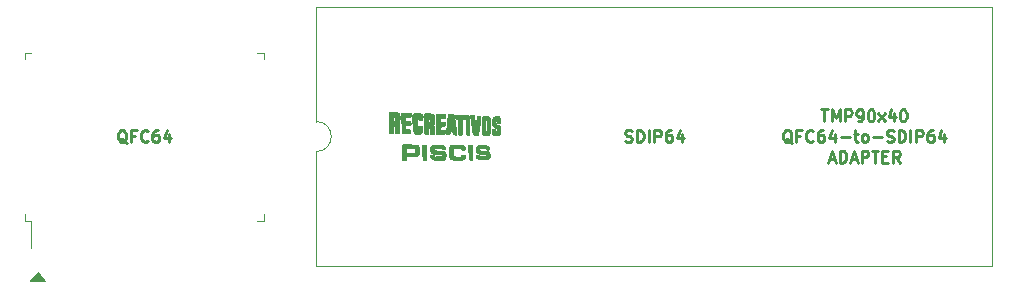
<source format=gbr>
%TF.GenerationSoftware,KiCad,Pcbnew,(5.1.10)-1*%
%TF.CreationDate,2023-11-11T20:16:55+01:00*%
%TF.ProjectId,tmp90x40-qfc2sdip,746d7039-3078-4343-902d-716663327364,rev?*%
%TF.SameCoordinates,Original*%
%TF.FileFunction,Legend,Top*%
%TF.FilePolarity,Positive*%
%FSLAX46Y46*%
G04 Gerber Fmt 4.6, Leading zero omitted, Abs format (unit mm)*
G04 Created by KiCad (PCBNEW (5.1.10)-1) date 2023-11-11 20:16:55*
%MOMM*%
%LPD*%
G01*
G04 APERTURE LIST*
%ADD10C,0.100000*%
%ADD11C,0.250000*%
%ADD12C,0.050000*%
%ADD13C,0.120000*%
%ADD14C,0.010000*%
G04 APERTURE END LIST*
D10*
G36*
X100838000Y-113792000D02*
G01*
X99568000Y-113792000D01*
X100220780Y-113030000D01*
X100838000Y-113792000D01*
G37*
X100838000Y-113792000D02*
X99568000Y-113792000D01*
X100220780Y-113030000D01*
X100838000Y-113792000D01*
D11*
X107720000Y-102147619D02*
X107624761Y-102100000D01*
X107529523Y-102004761D01*
X107386666Y-101861904D01*
X107291428Y-101814285D01*
X107196190Y-101814285D01*
X107243809Y-102052380D02*
X107148571Y-102004761D01*
X107053333Y-101909523D01*
X107005714Y-101719047D01*
X107005714Y-101385714D01*
X107053333Y-101195238D01*
X107148571Y-101100000D01*
X107243809Y-101052380D01*
X107434285Y-101052380D01*
X107529523Y-101100000D01*
X107624761Y-101195238D01*
X107672380Y-101385714D01*
X107672380Y-101719047D01*
X107624761Y-101909523D01*
X107529523Y-102004761D01*
X107434285Y-102052380D01*
X107243809Y-102052380D01*
X108434285Y-101528571D02*
X108100952Y-101528571D01*
X108100952Y-102052380D02*
X108100952Y-101052380D01*
X108577142Y-101052380D01*
X109529523Y-101957142D02*
X109481904Y-102004761D01*
X109339047Y-102052380D01*
X109243809Y-102052380D01*
X109100952Y-102004761D01*
X109005714Y-101909523D01*
X108958095Y-101814285D01*
X108910476Y-101623809D01*
X108910476Y-101480952D01*
X108958095Y-101290476D01*
X109005714Y-101195238D01*
X109100952Y-101100000D01*
X109243809Y-101052380D01*
X109339047Y-101052380D01*
X109481904Y-101100000D01*
X109529523Y-101147619D01*
X110386666Y-101052380D02*
X110196190Y-101052380D01*
X110100952Y-101100000D01*
X110053333Y-101147619D01*
X109958095Y-101290476D01*
X109910476Y-101480952D01*
X109910476Y-101861904D01*
X109958095Y-101957142D01*
X110005714Y-102004761D01*
X110100952Y-102052380D01*
X110291428Y-102052380D01*
X110386666Y-102004761D01*
X110434285Y-101957142D01*
X110481904Y-101861904D01*
X110481904Y-101623809D01*
X110434285Y-101528571D01*
X110386666Y-101480952D01*
X110291428Y-101433333D01*
X110100952Y-101433333D01*
X110005714Y-101480952D01*
X109958095Y-101528571D01*
X109910476Y-101623809D01*
X111339047Y-101385714D02*
X111339047Y-102052380D01*
X111100952Y-101004761D02*
X110862857Y-101719047D01*
X111481904Y-101719047D01*
X149923809Y-102004761D02*
X150066666Y-102052380D01*
X150304761Y-102052380D01*
X150400000Y-102004761D01*
X150447619Y-101957142D01*
X150495238Y-101861904D01*
X150495238Y-101766666D01*
X150447619Y-101671428D01*
X150400000Y-101623809D01*
X150304761Y-101576190D01*
X150114285Y-101528571D01*
X150019047Y-101480952D01*
X149971428Y-101433333D01*
X149923809Y-101338095D01*
X149923809Y-101242857D01*
X149971428Y-101147619D01*
X150019047Y-101100000D01*
X150114285Y-101052380D01*
X150352380Y-101052380D01*
X150495238Y-101100000D01*
X150923809Y-102052380D02*
X150923809Y-101052380D01*
X151161904Y-101052380D01*
X151304761Y-101100000D01*
X151400000Y-101195238D01*
X151447619Y-101290476D01*
X151495238Y-101480952D01*
X151495238Y-101623809D01*
X151447619Y-101814285D01*
X151400000Y-101909523D01*
X151304761Y-102004761D01*
X151161904Y-102052380D01*
X150923809Y-102052380D01*
X151923809Y-102052380D02*
X151923809Y-101052380D01*
X152400000Y-102052380D02*
X152400000Y-101052380D01*
X152780952Y-101052380D01*
X152876190Y-101100000D01*
X152923809Y-101147619D01*
X152971428Y-101242857D01*
X152971428Y-101385714D01*
X152923809Y-101480952D01*
X152876190Y-101528571D01*
X152780952Y-101576190D01*
X152400000Y-101576190D01*
X153828571Y-101052380D02*
X153638095Y-101052380D01*
X153542857Y-101100000D01*
X153495238Y-101147619D01*
X153400000Y-101290476D01*
X153352380Y-101480952D01*
X153352380Y-101861904D01*
X153400000Y-101957142D01*
X153447619Y-102004761D01*
X153542857Y-102052380D01*
X153733333Y-102052380D01*
X153828571Y-102004761D01*
X153876190Y-101957142D01*
X153923809Y-101861904D01*
X153923809Y-101623809D01*
X153876190Y-101528571D01*
X153828571Y-101480952D01*
X153733333Y-101433333D01*
X153542857Y-101433333D01*
X153447619Y-101480952D01*
X153400000Y-101528571D01*
X153352380Y-101623809D01*
X154780952Y-101385714D02*
X154780952Y-102052380D01*
X154542857Y-101004761D02*
X154304761Y-101719047D01*
X154923809Y-101719047D01*
D12*
X123776740Y-112598200D02*
X123776740Y-102870000D01*
X123776740Y-100330000D02*
X123776740Y-90601800D01*
D11*
X166513333Y-99302380D02*
X167084761Y-99302380D01*
X166799047Y-100302380D02*
X166799047Y-99302380D01*
X167418095Y-100302380D02*
X167418095Y-99302380D01*
X167751428Y-100016666D01*
X168084761Y-99302380D01*
X168084761Y-100302380D01*
X168560952Y-100302380D02*
X168560952Y-99302380D01*
X168941904Y-99302380D01*
X169037142Y-99350000D01*
X169084761Y-99397619D01*
X169132380Y-99492857D01*
X169132380Y-99635714D01*
X169084761Y-99730952D01*
X169037142Y-99778571D01*
X168941904Y-99826190D01*
X168560952Y-99826190D01*
X169608571Y-100302380D02*
X169799047Y-100302380D01*
X169894285Y-100254761D01*
X169941904Y-100207142D01*
X170037142Y-100064285D01*
X170084761Y-99873809D01*
X170084761Y-99492857D01*
X170037142Y-99397619D01*
X169989523Y-99350000D01*
X169894285Y-99302380D01*
X169703809Y-99302380D01*
X169608571Y-99350000D01*
X169560952Y-99397619D01*
X169513333Y-99492857D01*
X169513333Y-99730952D01*
X169560952Y-99826190D01*
X169608571Y-99873809D01*
X169703809Y-99921428D01*
X169894285Y-99921428D01*
X169989523Y-99873809D01*
X170037142Y-99826190D01*
X170084761Y-99730952D01*
X170703809Y-99302380D02*
X170799047Y-99302380D01*
X170894285Y-99350000D01*
X170941904Y-99397619D01*
X170989523Y-99492857D01*
X171037142Y-99683333D01*
X171037142Y-99921428D01*
X170989523Y-100111904D01*
X170941904Y-100207142D01*
X170894285Y-100254761D01*
X170799047Y-100302380D01*
X170703809Y-100302380D01*
X170608571Y-100254761D01*
X170560952Y-100207142D01*
X170513333Y-100111904D01*
X170465714Y-99921428D01*
X170465714Y-99683333D01*
X170513333Y-99492857D01*
X170560952Y-99397619D01*
X170608571Y-99350000D01*
X170703809Y-99302380D01*
X171370476Y-100302380D02*
X171894285Y-99635714D01*
X171370476Y-99635714D02*
X171894285Y-100302380D01*
X172703809Y-99635714D02*
X172703809Y-100302380D01*
X172465714Y-99254761D02*
X172227619Y-99969047D01*
X172846666Y-99969047D01*
X173418095Y-99302380D02*
X173513333Y-99302380D01*
X173608571Y-99350000D01*
X173656190Y-99397619D01*
X173703809Y-99492857D01*
X173751428Y-99683333D01*
X173751428Y-99921428D01*
X173703809Y-100111904D01*
X173656190Y-100207142D01*
X173608571Y-100254761D01*
X173513333Y-100302380D01*
X173418095Y-100302380D01*
X173322857Y-100254761D01*
X173275238Y-100207142D01*
X173227619Y-100111904D01*
X173180000Y-99921428D01*
X173180000Y-99683333D01*
X173227619Y-99492857D01*
X173275238Y-99397619D01*
X173322857Y-99350000D01*
X173418095Y-99302380D01*
X164037142Y-102147619D02*
X163941904Y-102100000D01*
X163846666Y-102004761D01*
X163703809Y-101861904D01*
X163608571Y-101814285D01*
X163513333Y-101814285D01*
X163560952Y-102052380D02*
X163465714Y-102004761D01*
X163370476Y-101909523D01*
X163322857Y-101719047D01*
X163322857Y-101385714D01*
X163370476Y-101195238D01*
X163465714Y-101100000D01*
X163560952Y-101052380D01*
X163751428Y-101052380D01*
X163846666Y-101100000D01*
X163941904Y-101195238D01*
X163989523Y-101385714D01*
X163989523Y-101719047D01*
X163941904Y-101909523D01*
X163846666Y-102004761D01*
X163751428Y-102052380D01*
X163560952Y-102052380D01*
X164751428Y-101528571D02*
X164418095Y-101528571D01*
X164418095Y-102052380D02*
X164418095Y-101052380D01*
X164894285Y-101052380D01*
X165846666Y-101957142D02*
X165799047Y-102004761D01*
X165656190Y-102052380D01*
X165560952Y-102052380D01*
X165418095Y-102004761D01*
X165322857Y-101909523D01*
X165275238Y-101814285D01*
X165227619Y-101623809D01*
X165227619Y-101480952D01*
X165275238Y-101290476D01*
X165322857Y-101195238D01*
X165418095Y-101100000D01*
X165560952Y-101052380D01*
X165656190Y-101052380D01*
X165799047Y-101100000D01*
X165846666Y-101147619D01*
X166703809Y-101052380D02*
X166513333Y-101052380D01*
X166418095Y-101100000D01*
X166370476Y-101147619D01*
X166275238Y-101290476D01*
X166227619Y-101480952D01*
X166227619Y-101861904D01*
X166275238Y-101957142D01*
X166322857Y-102004761D01*
X166418095Y-102052380D01*
X166608571Y-102052380D01*
X166703809Y-102004761D01*
X166751428Y-101957142D01*
X166799047Y-101861904D01*
X166799047Y-101623809D01*
X166751428Y-101528571D01*
X166703809Y-101480952D01*
X166608571Y-101433333D01*
X166418095Y-101433333D01*
X166322857Y-101480952D01*
X166275238Y-101528571D01*
X166227619Y-101623809D01*
X167656190Y-101385714D02*
X167656190Y-102052380D01*
X167418095Y-101004761D02*
X167180000Y-101719047D01*
X167799047Y-101719047D01*
X168180000Y-101671428D02*
X168941904Y-101671428D01*
X169275238Y-101385714D02*
X169656190Y-101385714D01*
X169418095Y-101052380D02*
X169418095Y-101909523D01*
X169465714Y-102004761D01*
X169560952Y-102052380D01*
X169656190Y-102052380D01*
X170132380Y-102052380D02*
X170037142Y-102004761D01*
X169989523Y-101957142D01*
X169941904Y-101861904D01*
X169941904Y-101576190D01*
X169989523Y-101480952D01*
X170037142Y-101433333D01*
X170132380Y-101385714D01*
X170275238Y-101385714D01*
X170370476Y-101433333D01*
X170418095Y-101480952D01*
X170465714Y-101576190D01*
X170465714Y-101861904D01*
X170418095Y-101957142D01*
X170370476Y-102004761D01*
X170275238Y-102052380D01*
X170132380Y-102052380D01*
X170894285Y-101671428D02*
X171656190Y-101671428D01*
X172084761Y-102004761D02*
X172227619Y-102052380D01*
X172465714Y-102052380D01*
X172560952Y-102004761D01*
X172608571Y-101957142D01*
X172656190Y-101861904D01*
X172656190Y-101766666D01*
X172608571Y-101671428D01*
X172560952Y-101623809D01*
X172465714Y-101576190D01*
X172275238Y-101528571D01*
X172180000Y-101480952D01*
X172132380Y-101433333D01*
X172084761Y-101338095D01*
X172084761Y-101242857D01*
X172132380Y-101147619D01*
X172180000Y-101100000D01*
X172275238Y-101052380D01*
X172513333Y-101052380D01*
X172656190Y-101100000D01*
X173084761Y-102052380D02*
X173084761Y-101052380D01*
X173322857Y-101052380D01*
X173465714Y-101100000D01*
X173560952Y-101195238D01*
X173608571Y-101290476D01*
X173656190Y-101480952D01*
X173656190Y-101623809D01*
X173608571Y-101814285D01*
X173560952Y-101909523D01*
X173465714Y-102004761D01*
X173322857Y-102052380D01*
X173084761Y-102052380D01*
X174084761Y-102052380D02*
X174084761Y-101052380D01*
X174560952Y-102052380D02*
X174560952Y-101052380D01*
X174941904Y-101052380D01*
X175037142Y-101100000D01*
X175084761Y-101147619D01*
X175132380Y-101242857D01*
X175132380Y-101385714D01*
X175084761Y-101480952D01*
X175037142Y-101528571D01*
X174941904Y-101576190D01*
X174560952Y-101576190D01*
X175989523Y-101052380D02*
X175799047Y-101052380D01*
X175703809Y-101100000D01*
X175656190Y-101147619D01*
X175560952Y-101290476D01*
X175513333Y-101480952D01*
X175513333Y-101861904D01*
X175560952Y-101957142D01*
X175608571Y-102004761D01*
X175703809Y-102052380D01*
X175894285Y-102052380D01*
X175989523Y-102004761D01*
X176037142Y-101957142D01*
X176084761Y-101861904D01*
X176084761Y-101623809D01*
X176037142Y-101528571D01*
X175989523Y-101480952D01*
X175894285Y-101433333D01*
X175703809Y-101433333D01*
X175608571Y-101480952D01*
X175560952Y-101528571D01*
X175513333Y-101623809D01*
X176941904Y-101385714D02*
X176941904Y-102052380D01*
X176703809Y-101004761D02*
X176465714Y-101719047D01*
X177084761Y-101719047D01*
X167180000Y-103516666D02*
X167656190Y-103516666D01*
X167084761Y-103802380D02*
X167418095Y-102802380D01*
X167751428Y-103802380D01*
X168084761Y-103802380D02*
X168084761Y-102802380D01*
X168322857Y-102802380D01*
X168465714Y-102850000D01*
X168560952Y-102945238D01*
X168608571Y-103040476D01*
X168656190Y-103230952D01*
X168656190Y-103373809D01*
X168608571Y-103564285D01*
X168560952Y-103659523D01*
X168465714Y-103754761D01*
X168322857Y-103802380D01*
X168084761Y-103802380D01*
X169037142Y-103516666D02*
X169513333Y-103516666D01*
X168941904Y-103802380D02*
X169275238Y-102802380D01*
X169608571Y-103802380D01*
X169941904Y-103802380D02*
X169941904Y-102802380D01*
X170322857Y-102802380D01*
X170418095Y-102850000D01*
X170465714Y-102897619D01*
X170513333Y-102992857D01*
X170513333Y-103135714D01*
X170465714Y-103230952D01*
X170418095Y-103278571D01*
X170322857Y-103326190D01*
X169941904Y-103326190D01*
X170799047Y-102802380D02*
X171370476Y-102802380D01*
X171084761Y-103802380D02*
X171084761Y-102802380D01*
X171703809Y-103278571D02*
X172037142Y-103278571D01*
X172180000Y-103802380D02*
X171703809Y-103802380D01*
X171703809Y-102802380D01*
X172180000Y-102802380D01*
X173180000Y-103802380D02*
X172846666Y-103326190D01*
X172608571Y-103802380D02*
X172608571Y-102802380D01*
X172989523Y-102802380D01*
X173084761Y-102850000D01*
X173132380Y-102897619D01*
X173180000Y-102992857D01*
X173180000Y-103135714D01*
X173132380Y-103230952D01*
X173084761Y-103278571D01*
X172989523Y-103326190D01*
X172608571Y-103326190D01*
D12*
X123776740Y-100330000D02*
G75*
G02*
X123776740Y-102870000I0J-1270000D01*
G01*
X181018180Y-112598200D02*
X181018180Y-90601800D01*
X123776740Y-112598200D02*
X181018180Y-112598200D01*
X123776740Y-90601800D02*
X181018180Y-90601800D01*
D13*
%TO.C,U1*%
X99660000Y-108710000D02*
X99660000Y-111050000D01*
X99110000Y-108710000D02*
X99660000Y-108710000D01*
X99110000Y-108160000D02*
X99110000Y-108710000D01*
X99110000Y-94490000D02*
X99660000Y-94490000D01*
X99110000Y-95040000D02*
X99110000Y-94490000D01*
X119330000Y-108710000D02*
X118780000Y-108710000D01*
X119330000Y-108160000D02*
X119330000Y-108710000D01*
X119330000Y-94490000D02*
X118780000Y-94490000D01*
X119330000Y-95040000D02*
X119330000Y-94490000D01*
D14*
%TO.C,L1*%
G36*
X131583836Y-102267356D02*
G01*
X131749750Y-102272765D01*
X131912458Y-102280751D01*
X132062638Y-102291000D01*
X132190967Y-102303198D01*
X132288122Y-102317031D01*
X132344783Y-102332187D01*
X132348655Y-102334218D01*
X132411601Y-102386887D01*
X132454215Y-102463106D01*
X132479194Y-102571350D01*
X132489238Y-102720096D01*
X132489738Y-102777396D01*
X132480902Y-102948746D01*
X132453751Y-103074857D01*
X132406423Y-103160782D01*
X132337053Y-103211575D01*
X132328364Y-103215095D01*
X132279417Y-103223898D01*
X132188517Y-103231425D01*
X132066623Y-103237090D01*
X131924695Y-103240309D01*
X131846767Y-103240822D01*
X131702278Y-103242185D01*
X131575537Y-103245681D01*
X131476415Y-103250859D01*
X131414782Y-103257266D01*
X131400290Y-103261243D01*
X131381385Y-103297027D01*
X131366367Y-103367679D01*
X131360602Y-103426202D01*
X131352396Y-103571146D01*
X131190932Y-103578922D01*
X131029468Y-103586697D01*
X131015169Y-103380484D01*
X131009790Y-103279295D01*
X131004687Y-103140755D01*
X131000325Y-102980430D01*
X130997450Y-102828826D01*
X131368752Y-102828826D01*
X131371200Y-102903974D01*
X131376662Y-102939973D01*
X131394790Y-102955209D01*
X131440159Y-102965725D01*
X131519756Y-102972197D01*
X131640572Y-102975301D01*
X131747509Y-102975833D01*
X131892349Y-102975232D01*
X131993198Y-102972636D01*
X132058978Y-102966858D01*
X132098608Y-102956711D01*
X132121010Y-102941008D01*
X132131986Y-102924656D01*
X132155555Y-102841905D01*
X132156644Y-102742283D01*
X132136744Y-102650819D01*
X132113073Y-102607368D01*
X132090988Y-102584151D01*
X132063027Y-102568601D01*
X132019518Y-102559498D01*
X131950784Y-102555622D01*
X131847152Y-102555751D01*
X131722812Y-102558135D01*
X131378854Y-102565729D01*
X131370878Y-102734921D01*
X131368752Y-102828826D01*
X130997450Y-102828826D01*
X130997166Y-102813885D01*
X130996343Y-102748970D01*
X130995365Y-102584706D01*
X130996872Y-102465555D01*
X131001475Y-102383748D01*
X131009784Y-102331514D01*
X131022413Y-102301082D01*
X131032463Y-102289936D01*
X131074570Y-102277758D01*
X131160083Y-102269724D01*
X131279680Y-102265522D01*
X131424039Y-102264837D01*
X131583836Y-102267356D01*
G37*
X131583836Y-102267356D02*
X131749750Y-102272765D01*
X131912458Y-102280751D01*
X132062638Y-102291000D01*
X132190967Y-102303198D01*
X132288122Y-102317031D01*
X132344783Y-102332187D01*
X132348655Y-102334218D01*
X132411601Y-102386887D01*
X132454215Y-102463106D01*
X132479194Y-102571350D01*
X132489238Y-102720096D01*
X132489738Y-102777396D01*
X132480902Y-102948746D01*
X132453751Y-103074857D01*
X132406423Y-103160782D01*
X132337053Y-103211575D01*
X132328364Y-103215095D01*
X132279417Y-103223898D01*
X132188517Y-103231425D01*
X132066623Y-103237090D01*
X131924695Y-103240309D01*
X131846767Y-103240822D01*
X131702278Y-103242185D01*
X131575537Y-103245681D01*
X131476415Y-103250859D01*
X131414782Y-103257266D01*
X131400290Y-103261243D01*
X131381385Y-103297027D01*
X131366367Y-103367679D01*
X131360602Y-103426202D01*
X131352396Y-103571146D01*
X131190932Y-103578922D01*
X131029468Y-103586697D01*
X131015169Y-103380484D01*
X131009790Y-103279295D01*
X131004687Y-103140755D01*
X131000325Y-102980430D01*
X130997450Y-102828826D01*
X131368752Y-102828826D01*
X131371200Y-102903974D01*
X131376662Y-102939973D01*
X131394790Y-102955209D01*
X131440159Y-102965725D01*
X131519756Y-102972197D01*
X131640572Y-102975301D01*
X131747509Y-102975833D01*
X131892349Y-102975232D01*
X131993198Y-102972636D01*
X132058978Y-102966858D01*
X132098608Y-102956711D01*
X132121010Y-102941008D01*
X132131986Y-102924656D01*
X132155555Y-102841905D01*
X132156644Y-102742283D01*
X132136744Y-102650819D01*
X132113073Y-102607368D01*
X132090988Y-102584151D01*
X132063027Y-102568601D01*
X132019518Y-102559498D01*
X131950784Y-102555622D01*
X131847152Y-102555751D01*
X131722812Y-102558135D01*
X131378854Y-102565729D01*
X131370878Y-102734921D01*
X131368752Y-102828826D01*
X130997450Y-102828826D01*
X130997166Y-102813885D01*
X130996343Y-102748970D01*
X130995365Y-102584706D01*
X130996872Y-102465555D01*
X131001475Y-102383748D01*
X131009784Y-102331514D01*
X131022413Y-102301082D01*
X131032463Y-102289936D01*
X131074570Y-102277758D01*
X131160083Y-102269724D01*
X131279680Y-102265522D01*
X131424039Y-102264837D01*
X131583836Y-102267356D01*
G36*
X133015398Y-102289980D02*
G01*
X133065330Y-102299280D01*
X133089509Y-102320486D01*
X133099003Y-102347448D01*
X133102958Y-102390696D01*
X133105820Y-102478238D01*
X133107494Y-102601458D01*
X133107885Y-102751743D01*
X133106897Y-102920478D01*
X133106121Y-102989062D01*
X133098646Y-103571146D01*
X132966190Y-103578919D01*
X132872404Y-103577121D01*
X132810695Y-103560961D01*
X132800825Y-103553784D01*
X132789445Y-103526937D01*
X132780739Y-103468913D01*
X132774473Y-103375102D01*
X132770414Y-103240894D01*
X132768328Y-103061680D01*
X132767917Y-102904396D01*
X132767917Y-102287917D01*
X132926162Y-102287917D01*
X133015398Y-102289980D01*
G37*
X133015398Y-102289980D02*
X133065330Y-102299280D01*
X133089509Y-102320486D01*
X133099003Y-102347448D01*
X133102958Y-102390696D01*
X133105820Y-102478238D01*
X133107494Y-102601458D01*
X133107885Y-102751743D01*
X133106897Y-102920478D01*
X133106121Y-102989062D01*
X133098646Y-103571146D01*
X132966190Y-103578919D01*
X132872404Y-103577121D01*
X132810695Y-103560961D01*
X132800825Y-103553784D01*
X132789445Y-103526937D01*
X132780739Y-103468913D01*
X132774473Y-103375102D01*
X132770414Y-103240894D01*
X132768328Y-103061680D01*
X132767917Y-102904396D01*
X132767917Y-102287917D01*
X132926162Y-102287917D01*
X133015398Y-102289980D01*
G36*
X134044168Y-102292248D02*
G01*
X134210719Y-102296498D01*
X134333087Y-102301993D01*
X134420004Y-102309730D01*
X134480202Y-102320709D01*
X134522413Y-102335927D01*
X134545903Y-102349615D01*
X134608204Y-102415393D01*
X134651163Y-102504259D01*
X134665769Y-102593914D01*
X134659819Y-102631459D01*
X134622743Y-102672185D01*
X134557713Y-102688375D01*
X134483424Y-102680468D01*
X134418573Y-102648904D01*
X134396134Y-102625260D01*
X134372115Y-102597705D01*
X134338848Y-102579520D01*
X134285068Y-102568186D01*
X134199513Y-102561179D01*
X134089480Y-102556607D01*
X133941464Y-102554801D01*
X133842531Y-102561493D01*
X133789493Y-102576928D01*
X133785679Y-102579691D01*
X133752763Y-102634062D01*
X133751491Y-102699448D01*
X133780847Y-102751454D01*
X133793177Y-102759673D01*
X133835879Y-102769729D01*
X133920098Y-102780443D01*
X134034465Y-102790659D01*
X134167612Y-102799222D01*
X134196667Y-102800691D01*
X134553854Y-102817882D01*
X134639844Y-102909698D01*
X134685640Y-102962840D01*
X134711455Y-103011245D01*
X134722954Y-103073127D01*
X134725802Y-103166704D01*
X134725833Y-103186191D01*
X134723636Y-103287713D01*
X134713390Y-103354949D01*
X134689616Y-103406467D01*
X134646831Y-103460835D01*
X134643717Y-103464392D01*
X134561601Y-103557917D01*
X134091660Y-103557917D01*
X133921089Y-103557451D01*
X133795111Y-103555516D01*
X133705405Y-103551305D01*
X133643654Y-103544010D01*
X133601536Y-103532823D01*
X133570732Y-103516938D01*
X133555587Y-103505897D01*
X133484992Y-103425519D01*
X133441291Y-103326313D01*
X133433820Y-103236314D01*
X133445206Y-103199390D01*
X133475196Y-103179244D01*
X133537714Y-103169277D01*
X133581638Y-103166269D01*
X133663991Y-103163857D01*
X133709622Y-103172704D01*
X133734444Y-103198634D01*
X133746668Y-103226643D01*
X133772664Y-103295018D01*
X134083884Y-103287561D01*
X134216250Y-103283942D01*
X134304861Y-103279316D01*
X134358868Y-103271726D01*
X134387424Y-103259213D01*
X134399681Y-103239818D01*
X134403750Y-103219116D01*
X134405790Y-103171269D01*
X134391714Y-103135948D01*
X134354589Y-103110668D01*
X134287483Y-103092945D01*
X134183463Y-103080292D01*
X134035598Y-103070225D01*
X133980167Y-103067261D01*
X133831975Y-103059148D01*
X133726612Y-103051269D01*
X133654040Y-103041581D01*
X133604221Y-103028042D01*
X133567116Y-103008609D01*
X133532686Y-102981239D01*
X133525316Y-102974702D01*
X133484093Y-102934206D01*
X133458760Y-102893502D01*
X133444566Y-102837722D01*
X133436762Y-102752001D01*
X133433502Y-102687385D01*
X133423785Y-102473423D01*
X133613857Y-102283351D01*
X134044168Y-102292248D01*
G37*
X134044168Y-102292248D02*
X134210719Y-102296498D01*
X134333087Y-102301993D01*
X134420004Y-102309730D01*
X134480202Y-102320709D01*
X134522413Y-102335927D01*
X134545903Y-102349615D01*
X134608204Y-102415393D01*
X134651163Y-102504259D01*
X134665769Y-102593914D01*
X134659819Y-102631459D01*
X134622743Y-102672185D01*
X134557713Y-102688375D01*
X134483424Y-102680468D01*
X134418573Y-102648904D01*
X134396134Y-102625260D01*
X134372115Y-102597705D01*
X134338848Y-102579520D01*
X134285068Y-102568186D01*
X134199513Y-102561179D01*
X134089480Y-102556607D01*
X133941464Y-102554801D01*
X133842531Y-102561493D01*
X133789493Y-102576928D01*
X133785679Y-102579691D01*
X133752763Y-102634062D01*
X133751491Y-102699448D01*
X133780847Y-102751454D01*
X133793177Y-102759673D01*
X133835879Y-102769729D01*
X133920098Y-102780443D01*
X134034465Y-102790659D01*
X134167612Y-102799222D01*
X134196667Y-102800691D01*
X134553854Y-102817882D01*
X134639844Y-102909698D01*
X134685640Y-102962840D01*
X134711455Y-103011245D01*
X134722954Y-103073127D01*
X134725802Y-103166704D01*
X134725833Y-103186191D01*
X134723636Y-103287713D01*
X134713390Y-103354949D01*
X134689616Y-103406467D01*
X134646831Y-103460835D01*
X134643717Y-103464392D01*
X134561601Y-103557917D01*
X134091660Y-103557917D01*
X133921089Y-103557451D01*
X133795111Y-103555516D01*
X133705405Y-103551305D01*
X133643654Y-103544010D01*
X133601536Y-103532823D01*
X133570732Y-103516938D01*
X133555587Y-103505897D01*
X133484992Y-103425519D01*
X133441291Y-103326313D01*
X133433820Y-103236314D01*
X133445206Y-103199390D01*
X133475196Y-103179244D01*
X133537714Y-103169277D01*
X133581638Y-103166269D01*
X133663991Y-103163857D01*
X133709622Y-103172704D01*
X133734444Y-103198634D01*
X133746668Y-103226643D01*
X133772664Y-103295018D01*
X134083884Y-103287561D01*
X134216250Y-103283942D01*
X134304861Y-103279316D01*
X134358868Y-103271726D01*
X134387424Y-103259213D01*
X134399681Y-103239818D01*
X134403750Y-103219116D01*
X134405790Y-103171269D01*
X134391714Y-103135948D01*
X134354589Y-103110668D01*
X134287483Y-103092945D01*
X134183463Y-103080292D01*
X134035598Y-103070225D01*
X133980167Y-103067261D01*
X133831975Y-103059148D01*
X133726612Y-103051269D01*
X133654040Y-103041581D01*
X133604221Y-103028042D01*
X133567116Y-103008609D01*
X133532686Y-102981239D01*
X133525316Y-102974702D01*
X133484093Y-102934206D01*
X133458760Y-102893502D01*
X133444566Y-102837722D01*
X133436762Y-102752001D01*
X133433502Y-102687385D01*
X133423785Y-102473423D01*
X133613857Y-102283351D01*
X134044168Y-102292248D01*
G36*
X135879955Y-102315513D02*
G01*
X136027832Y-102320472D01*
X136136955Y-102331569D01*
X136214395Y-102351121D01*
X136267223Y-102381444D01*
X136302511Y-102424856D01*
X136327329Y-102483674D01*
X136340524Y-102528761D01*
X136359612Y-102631798D01*
X136347375Y-102696408D01*
X136300116Y-102729291D01*
X136225561Y-102737303D01*
X136132549Y-102730865D01*
X136077164Y-102707944D01*
X136045032Y-102661847D01*
X136040883Y-102651321D01*
X136008524Y-102608147D01*
X135944511Y-102578373D01*
X135842660Y-102560485D01*
X135696784Y-102552965D01*
X135637854Y-102552500D01*
X135517932Y-102553772D01*
X135434675Y-102563034D01*
X135381392Y-102588449D01*
X135351395Y-102638182D01*
X135337993Y-102720399D01*
X135334498Y-102843265D01*
X135334375Y-102922917D01*
X135335023Y-103069330D01*
X135342368Y-103170998D01*
X135364512Y-103236071D01*
X135409557Y-103272703D01*
X135485605Y-103289045D01*
X135600758Y-103293248D01*
X135702512Y-103293333D01*
X136015872Y-103293333D01*
X136048750Y-103213958D01*
X136072079Y-103167807D01*
X136103430Y-103144185D01*
X136159292Y-103135620D01*
X136223939Y-103134583D01*
X136366250Y-103134583D01*
X136366250Y-103247759D01*
X136341844Y-103379986D01*
X136271924Y-103490461D01*
X136235172Y-103524002D01*
X136196742Y-103537208D01*
X136117372Y-103546874D01*
X135993660Y-103553217D01*
X135822201Y-103556455D01*
X135718021Y-103556976D01*
X135544895Y-103556721D01*
X135416110Y-103554823D01*
X135323100Y-103550506D01*
X135257296Y-103542996D01*
X135210131Y-103531517D01*
X135173036Y-103515295D01*
X135157405Y-103506277D01*
X135107087Y-103466653D01*
X135069926Y-103412755D01*
X135044130Y-103336874D01*
X135027909Y-103231300D01*
X135019470Y-103088324D01*
X135017022Y-102902223D01*
X135020409Y-102714326D01*
X135031782Y-102572181D01*
X135052693Y-102469017D01*
X135084694Y-102398061D01*
X135129337Y-102352543D01*
X135145187Y-102342963D01*
X135192563Y-102332250D01*
X135286962Y-102323770D01*
X135422524Y-102317834D01*
X135593393Y-102314751D01*
X135686255Y-102314375D01*
X135879955Y-102315513D01*
G37*
X135879955Y-102315513D02*
X136027832Y-102320472D01*
X136136955Y-102331569D01*
X136214395Y-102351121D01*
X136267223Y-102381444D01*
X136302511Y-102424856D01*
X136327329Y-102483674D01*
X136340524Y-102528761D01*
X136359612Y-102631798D01*
X136347375Y-102696408D01*
X136300116Y-102729291D01*
X136225561Y-102737303D01*
X136132549Y-102730865D01*
X136077164Y-102707944D01*
X136045032Y-102661847D01*
X136040883Y-102651321D01*
X136008524Y-102608147D01*
X135944511Y-102578373D01*
X135842660Y-102560485D01*
X135696784Y-102552965D01*
X135637854Y-102552500D01*
X135517932Y-102553772D01*
X135434675Y-102563034D01*
X135381392Y-102588449D01*
X135351395Y-102638182D01*
X135337993Y-102720399D01*
X135334498Y-102843265D01*
X135334375Y-102922917D01*
X135335023Y-103069330D01*
X135342368Y-103170998D01*
X135364512Y-103236071D01*
X135409557Y-103272703D01*
X135485605Y-103289045D01*
X135600758Y-103293248D01*
X135702512Y-103293333D01*
X136015872Y-103293333D01*
X136048750Y-103213958D01*
X136072079Y-103167807D01*
X136103430Y-103144185D01*
X136159292Y-103135620D01*
X136223939Y-103134583D01*
X136366250Y-103134583D01*
X136366250Y-103247759D01*
X136341844Y-103379986D01*
X136271924Y-103490461D01*
X136235172Y-103524002D01*
X136196742Y-103537208D01*
X136117372Y-103546874D01*
X135993660Y-103553217D01*
X135822201Y-103556455D01*
X135718021Y-103556976D01*
X135544895Y-103556721D01*
X135416110Y-103554823D01*
X135323100Y-103550506D01*
X135257296Y-103542996D01*
X135210131Y-103531517D01*
X135173036Y-103515295D01*
X135157405Y-103506277D01*
X135107087Y-103466653D01*
X135069926Y-103412755D01*
X135044130Y-103336874D01*
X135027909Y-103231300D01*
X135019470Y-103088324D01*
X135017022Y-102902223D01*
X135020409Y-102714326D01*
X135031782Y-102572181D01*
X135052693Y-102469017D01*
X135084694Y-102398061D01*
X135129337Y-102352543D01*
X135145187Y-102342963D01*
X135192563Y-102332250D01*
X135286962Y-102323770D01*
X135422524Y-102317834D01*
X135593393Y-102314751D01*
X135686255Y-102314375D01*
X135879955Y-102315513D01*
G36*
X136791989Y-102319461D02*
G01*
X136935104Y-102327604D01*
X136955563Y-102512812D01*
X136962337Y-102605973D01*
X136967159Y-102737196D01*
X136969706Y-102891649D01*
X136969657Y-103054503D01*
X136968792Y-103121354D01*
X136961562Y-103544687D01*
X136838282Y-103552654D01*
X136761717Y-103551990D01*
X136709103Y-103541179D01*
X136698062Y-103533211D01*
X136692490Y-103499844D01*
X136686231Y-103421488D01*
X136679704Y-103306059D01*
X136673327Y-103161473D01*
X136667521Y-102995647D01*
X136664998Y-102908560D01*
X136648873Y-102311317D01*
X136791989Y-102319461D01*
G37*
X136791989Y-102319461D02*
X136935104Y-102327604D01*
X136955563Y-102512812D01*
X136962337Y-102605973D01*
X136967159Y-102737196D01*
X136969706Y-102891649D01*
X136969657Y-103054503D01*
X136968792Y-103121354D01*
X136961562Y-103544687D01*
X136838282Y-103552654D01*
X136761717Y-103551990D01*
X136709103Y-103541179D01*
X136698062Y-103533211D01*
X136692490Y-103499844D01*
X136686231Y-103421488D01*
X136679704Y-103306059D01*
X136673327Y-103161473D01*
X136667521Y-102995647D01*
X136664998Y-102908560D01*
X136648873Y-102311317D01*
X136791989Y-102319461D01*
G36*
X137982242Y-102342799D02*
G01*
X138118428Y-102350078D01*
X138217172Y-102364744D01*
X138286160Y-102388871D01*
X138333081Y-102424533D01*
X138365621Y-102473802D01*
X138375526Y-102495823D01*
X138396258Y-102572029D01*
X138399096Y-102635977D01*
X138370194Y-102688079D01*
X138311874Y-102709298D01*
X138238112Y-102699039D01*
X138162881Y-102656705D01*
X138151260Y-102646561D01*
X138110816Y-102613440D01*
X138067806Y-102593307D01*
X138008051Y-102582987D01*
X137917369Y-102579305D01*
X137849345Y-102578958D01*
X137719019Y-102582365D01*
X137632988Y-102594889D01*
X137582936Y-102619987D01*
X137560545Y-102661115D01*
X137556875Y-102700482D01*
X137561437Y-102733911D01*
X137580120Y-102758765D01*
X137620424Y-102777101D01*
X137689845Y-102790977D01*
X137795881Y-102802451D01*
X137946030Y-102813579D01*
X137976270Y-102815571D01*
X138114554Y-102825326D01*
X138210677Y-102834986D01*
X138275335Y-102846994D01*
X138319223Y-102863794D01*
X138353036Y-102887832D01*
X138372264Y-102906071D01*
X138410783Y-102952540D01*
X138433799Y-103007123D01*
X138446579Y-103086659D01*
X138451959Y-103160951D01*
X138455625Y-103262883D01*
X138449838Y-103330520D01*
X138430643Y-103382199D01*
X138394082Y-103436257D01*
X138391962Y-103439043D01*
X138321474Y-103531458D01*
X137434483Y-103531458D01*
X137366697Y-103458698D01*
X137311859Y-103377138D01*
X137281210Y-103285647D01*
X137281438Y-103205653D01*
X137284618Y-103195791D01*
X137320371Y-103172074D01*
X137399126Y-103161413D01*
X137421140Y-103161042D01*
X137501119Y-103165583D01*
X137545486Y-103183689D01*
X137570445Y-103220573D01*
X137585848Y-103247846D01*
X137610283Y-103265218D01*
X137654468Y-103274906D01*
X137729124Y-103279128D01*
X137844970Y-103280100D01*
X137858262Y-103280104D01*
X137982135Y-103278723D01*
X138063570Y-103273474D01*
X138113001Y-103262695D01*
X138140859Y-103244726D01*
X138149168Y-103233802D01*
X138164176Y-103176554D01*
X138149370Y-103141198D01*
X138126404Y-103119652D01*
X138082549Y-103103440D01*
X138008707Y-103090708D01*
X137895780Y-103079604D01*
X137818776Y-103073870D01*
X137655206Y-103061469D01*
X137535791Y-103048821D01*
X137451821Y-103033323D01*
X137394588Y-103012372D01*
X137355382Y-102983363D01*
X137325493Y-102943695D01*
X137313391Y-102922811D01*
X137279832Y-102824693D01*
X137268160Y-102704830D01*
X137277198Y-102581693D01*
X137305767Y-102473751D01*
X137346376Y-102405735D01*
X137371951Y-102380681D01*
X137399909Y-102363076D01*
X137439446Y-102351607D01*
X137499759Y-102344962D01*
X137590043Y-102341826D01*
X137719494Y-102340888D01*
X137800926Y-102340833D01*
X137982242Y-102342799D01*
G37*
X137982242Y-102342799D02*
X138118428Y-102350078D01*
X138217172Y-102364744D01*
X138286160Y-102388871D01*
X138333081Y-102424533D01*
X138365621Y-102473802D01*
X138375526Y-102495823D01*
X138396258Y-102572029D01*
X138399096Y-102635977D01*
X138370194Y-102688079D01*
X138311874Y-102709298D01*
X138238112Y-102699039D01*
X138162881Y-102656705D01*
X138151260Y-102646561D01*
X138110816Y-102613440D01*
X138067806Y-102593307D01*
X138008051Y-102582987D01*
X137917369Y-102579305D01*
X137849345Y-102578958D01*
X137719019Y-102582365D01*
X137632988Y-102594889D01*
X137582936Y-102619987D01*
X137560545Y-102661115D01*
X137556875Y-102700482D01*
X137561437Y-102733911D01*
X137580120Y-102758765D01*
X137620424Y-102777101D01*
X137689845Y-102790977D01*
X137795881Y-102802451D01*
X137946030Y-102813579D01*
X137976270Y-102815571D01*
X138114554Y-102825326D01*
X138210677Y-102834986D01*
X138275335Y-102846994D01*
X138319223Y-102863794D01*
X138353036Y-102887832D01*
X138372264Y-102906071D01*
X138410783Y-102952540D01*
X138433799Y-103007123D01*
X138446579Y-103086659D01*
X138451959Y-103160951D01*
X138455625Y-103262883D01*
X138449838Y-103330520D01*
X138430643Y-103382199D01*
X138394082Y-103436257D01*
X138391962Y-103439043D01*
X138321474Y-103531458D01*
X137434483Y-103531458D01*
X137366697Y-103458698D01*
X137311859Y-103377138D01*
X137281210Y-103285647D01*
X137281438Y-103205653D01*
X137284618Y-103195791D01*
X137320371Y-103172074D01*
X137399126Y-103161413D01*
X137421140Y-103161042D01*
X137501119Y-103165583D01*
X137545486Y-103183689D01*
X137570445Y-103220573D01*
X137585848Y-103247846D01*
X137610283Y-103265218D01*
X137654468Y-103274906D01*
X137729124Y-103279128D01*
X137844970Y-103280100D01*
X137858262Y-103280104D01*
X137982135Y-103278723D01*
X138063570Y-103273474D01*
X138113001Y-103262695D01*
X138140859Y-103244726D01*
X138149168Y-103233802D01*
X138164176Y-103176554D01*
X138149370Y-103141198D01*
X138126404Y-103119652D01*
X138082549Y-103103440D01*
X138008707Y-103090708D01*
X137895780Y-103079604D01*
X137818776Y-103073870D01*
X137655206Y-103061469D01*
X137535791Y-103048821D01*
X137451821Y-103033323D01*
X137394588Y-103012372D01*
X137355382Y-102983363D01*
X137325493Y-102943695D01*
X137313391Y-102922811D01*
X137279832Y-102824693D01*
X137268160Y-102704830D01*
X137277198Y-102581693D01*
X137305767Y-102473751D01*
X137346376Y-102405735D01*
X137371951Y-102380681D01*
X137399909Y-102363076D01*
X137439446Y-102351607D01*
X137499759Y-102344962D01*
X137590043Y-102341826D01*
X137719494Y-102340888D01*
X137800926Y-102340833D01*
X137982242Y-102342799D01*
G36*
X139280780Y-99978685D02*
G01*
X139340850Y-100100619D01*
X139373920Y-100242270D01*
X139374787Y-100378607D01*
X139369807Y-100406935D01*
X139350027Y-100463685D01*
X139312161Y-100485729D01*
X139263499Y-100488750D01*
X139167494Y-100481427D01*
X139113634Y-100455656D01*
X139092708Y-100405734D01*
X139091458Y-100382250D01*
X139080469Y-100284712D01*
X139046850Y-100233515D01*
X139012083Y-100224166D01*
X138962563Y-100246764D01*
X138936894Y-100315285D01*
X138932708Y-100379193D01*
X138956633Y-100478552D01*
X139025246Y-100553485D01*
X139116954Y-100594324D01*
X139209804Y-100637269D01*
X139287872Y-100702837D01*
X139287964Y-100702946D01*
X139320250Y-100745705D01*
X139340354Y-100789659D01*
X139351121Y-100848524D01*
X139355391Y-100936015D01*
X139356042Y-101031453D01*
X139352061Y-101188889D01*
X139338870Y-101301662D01*
X139314599Y-101377517D01*
X139277373Y-101424197D01*
X139258089Y-101436617D01*
X139197666Y-101454972D01*
X139104463Y-101469316D01*
X138996907Y-101478410D01*
X138893430Y-101481017D01*
X138812460Y-101475899D01*
X138782302Y-101468585D01*
X138730388Y-101435226D01*
X138694808Y-101379751D01*
X138670365Y-101290947D01*
X138656343Y-101196784D01*
X138645928Y-101078085D01*
X138652434Y-101001904D01*
X138680487Y-100959290D01*
X138734713Y-100941290D01*
X138789801Y-100938542D01*
X138862054Y-100941377D01*
X138902646Y-100958518D01*
X138925973Y-101002913D01*
X138944232Y-101077448D01*
X138974499Y-101136163D01*
X139019217Y-101151643D01*
X139062021Y-101123669D01*
X139081793Y-101079281D01*
X139080922Y-100986398D01*
X139032036Y-100907613D01*
X138939430Y-100849051D01*
X138913555Y-100839469D01*
X138788806Y-100775562D01*
X138707002Y-100680776D01*
X138667655Y-100554458D01*
X138663928Y-100506564D01*
X138663791Y-100295200D01*
X138678182Y-100132820D01*
X138707554Y-100017397D01*
X138752354Y-99946905D01*
X138793512Y-99923098D01*
X138842568Y-99913928D01*
X138926204Y-99903181D01*
X139025312Y-99893275D01*
X139210521Y-99877229D01*
X139280780Y-99978685D01*
G37*
X139280780Y-99978685D02*
X139340850Y-100100619D01*
X139373920Y-100242270D01*
X139374787Y-100378607D01*
X139369807Y-100406935D01*
X139350027Y-100463685D01*
X139312161Y-100485729D01*
X139263499Y-100488750D01*
X139167494Y-100481427D01*
X139113634Y-100455656D01*
X139092708Y-100405734D01*
X139091458Y-100382250D01*
X139080469Y-100284712D01*
X139046850Y-100233515D01*
X139012083Y-100224166D01*
X138962563Y-100246764D01*
X138936894Y-100315285D01*
X138932708Y-100379193D01*
X138956633Y-100478552D01*
X139025246Y-100553485D01*
X139116954Y-100594324D01*
X139209804Y-100637269D01*
X139287872Y-100702837D01*
X139287964Y-100702946D01*
X139320250Y-100745705D01*
X139340354Y-100789659D01*
X139351121Y-100848524D01*
X139355391Y-100936015D01*
X139356042Y-101031453D01*
X139352061Y-101188889D01*
X139338870Y-101301662D01*
X139314599Y-101377517D01*
X139277373Y-101424197D01*
X139258089Y-101436617D01*
X139197666Y-101454972D01*
X139104463Y-101469316D01*
X138996907Y-101478410D01*
X138893430Y-101481017D01*
X138812460Y-101475899D01*
X138782302Y-101468585D01*
X138730388Y-101435226D01*
X138694808Y-101379751D01*
X138670365Y-101290947D01*
X138656343Y-101196784D01*
X138645928Y-101078085D01*
X138652434Y-101001904D01*
X138680487Y-100959290D01*
X138734713Y-100941290D01*
X138789801Y-100938542D01*
X138862054Y-100941377D01*
X138902646Y-100958518D01*
X138925973Y-101002913D01*
X138944232Y-101077448D01*
X138974499Y-101136163D01*
X139019217Y-101151643D01*
X139062021Y-101123669D01*
X139081793Y-101079281D01*
X139080922Y-100986398D01*
X139032036Y-100907613D01*
X138939430Y-100849051D01*
X138913555Y-100839469D01*
X138788806Y-100775562D01*
X138707002Y-100680776D01*
X138667655Y-100554458D01*
X138663928Y-100506564D01*
X138663791Y-100295200D01*
X138678182Y-100132820D01*
X138707554Y-100017397D01*
X138752354Y-99946905D01*
X138793512Y-99923098D01*
X138842568Y-99913928D01*
X138926204Y-99903181D01*
X139025312Y-99893275D01*
X139210521Y-99877229D01*
X139280780Y-99978685D01*
G36*
X136964327Y-99806013D02*
G01*
X137120312Y-99814062D01*
X137152880Y-100065417D01*
X137182875Y-100295723D01*
X137207548Y-100476209D01*
X137228102Y-100606577D01*
X137245737Y-100686528D01*
X137261655Y-100715765D01*
X137277057Y-100693988D01*
X137293145Y-100620901D01*
X137311120Y-100496205D01*
X137332184Y-100319601D01*
X137357537Y-100090792D01*
X137366096Y-100012500D01*
X137384896Y-99840521D01*
X137503958Y-99833628D01*
X137573728Y-99830454D01*
X137624153Y-99834705D01*
X137656962Y-99853138D01*
X137673887Y-99892512D01*
X137676657Y-99959585D01*
X137667000Y-100061115D01*
X137646648Y-100203861D01*
X137628666Y-100320889D01*
X137601403Y-100500034D01*
X137573012Y-100690829D01*
X137546248Y-100874487D01*
X137523866Y-101032215D01*
X137516728Y-101084062D01*
X137492672Y-101241322D01*
X137469549Y-101350031D01*
X137446298Y-101414517D01*
X137430787Y-101434635D01*
X137389508Y-101459547D01*
X137373224Y-101462705D01*
X137340771Y-101458475D01*
X137272101Y-101452705D01*
X137204949Y-101448115D01*
X137117341Y-101437632D01*
X137057473Y-101420704D01*
X137039894Y-101406816D01*
X137032705Y-101371446D01*
X137019818Y-101292618D01*
X137002600Y-101179316D01*
X136982420Y-101040525D01*
X136962527Y-100898854D01*
X136939179Y-100731555D01*
X136916081Y-100569045D01*
X136895068Y-100424033D01*
X136877977Y-100309224D01*
X136868845Y-100250625D01*
X136850718Y-100132165D01*
X136833561Y-100009203D01*
X136824653Y-99938304D01*
X136808342Y-99797963D01*
X136964327Y-99806013D01*
G37*
X136964327Y-99806013D02*
X137120312Y-99814062D01*
X137152880Y-100065417D01*
X137182875Y-100295723D01*
X137207548Y-100476209D01*
X137228102Y-100606577D01*
X137245737Y-100686528D01*
X137261655Y-100715765D01*
X137277057Y-100693988D01*
X137293145Y-100620901D01*
X137311120Y-100496205D01*
X137332184Y-100319601D01*
X137357537Y-100090792D01*
X137366096Y-100012500D01*
X137384896Y-99840521D01*
X137503958Y-99833628D01*
X137573728Y-99830454D01*
X137624153Y-99834705D01*
X137656962Y-99853138D01*
X137673887Y-99892512D01*
X137676657Y-99959585D01*
X137667000Y-100061115D01*
X137646648Y-100203861D01*
X137628666Y-100320889D01*
X137601403Y-100500034D01*
X137573012Y-100690829D01*
X137546248Y-100874487D01*
X137523866Y-101032215D01*
X137516728Y-101084062D01*
X137492672Y-101241322D01*
X137469549Y-101350031D01*
X137446298Y-101414517D01*
X137430787Y-101434635D01*
X137389508Y-101459547D01*
X137373224Y-101462705D01*
X137340771Y-101458475D01*
X137272101Y-101452705D01*
X137204949Y-101448115D01*
X137117341Y-101437632D01*
X137057473Y-101420704D01*
X137039894Y-101406816D01*
X137032705Y-101371446D01*
X137019818Y-101292618D01*
X137002600Y-101179316D01*
X136982420Y-101040525D01*
X136962527Y-100898854D01*
X136939179Y-100731555D01*
X136916081Y-100569045D01*
X136895068Y-100424033D01*
X136877977Y-100309224D01*
X136868845Y-100250625D01*
X136850718Y-100132165D01*
X136833561Y-100009203D01*
X136824653Y-99938304D01*
X136808342Y-99797963D01*
X136964327Y-99806013D01*
G36*
X138129619Y-99884292D02*
G01*
X138241145Y-99890560D01*
X138314477Y-99900848D01*
X138364337Y-99919299D01*
X138405449Y-99950055D01*
X138422794Y-99966783D01*
X138496146Y-100040129D01*
X138496146Y-101331109D01*
X138432002Y-101399409D01*
X138392174Y-101435796D01*
X138347951Y-101456266D01*
X138283244Y-101465125D01*
X138181962Y-101466680D01*
X138180648Y-101466673D01*
X138072801Y-101461021D01*
X137974526Y-101447269D01*
X137911002Y-101429757D01*
X137868628Y-101406879D01*
X137835502Y-101375321D01*
X137810508Y-101328850D01*
X137792534Y-101261228D01*
X137780465Y-101166220D01*
X137773187Y-101037591D01*
X137769585Y-100869104D01*
X137768705Y-100687187D01*
X138059583Y-100687187D01*
X138060846Y-100863541D01*
X138065533Y-100993331D01*
X138074995Y-101082868D01*
X138090579Y-101138464D01*
X138113636Y-101166431D01*
X138145514Y-101173080D01*
X138162963Y-101170824D01*
X138196516Y-101142464D01*
X138223632Y-101084544D01*
X138223769Y-101084062D01*
X138230732Y-101029168D01*
X138234260Y-100933606D01*
X138234222Y-100809523D01*
X138230487Y-100669064D01*
X138228678Y-100626656D01*
X138220714Y-100474064D01*
X138212477Y-100366207D01*
X138202692Y-100294914D01*
X138190084Y-100252011D01*
X138173375Y-100229328D01*
X138165862Y-100224405D01*
X138129262Y-100211208D01*
X138101952Y-100219949D01*
X138082647Y-100256220D01*
X138070064Y-100325613D01*
X138062918Y-100433720D01*
X138059925Y-100586131D01*
X138059583Y-100687187D01*
X137768705Y-100687187D01*
X137768547Y-100654525D01*
X137768542Y-100632352D01*
X137768542Y-100043018D01*
X137839169Y-99959082D01*
X137875556Y-99918144D01*
X137909162Y-99893820D01*
X137953999Y-99882502D01*
X138024079Y-99880581D01*
X138129619Y-99884292D01*
G37*
X138129619Y-99884292D02*
X138241145Y-99890560D01*
X138314477Y-99900848D01*
X138364337Y-99919299D01*
X138405449Y-99950055D01*
X138422794Y-99966783D01*
X138496146Y-100040129D01*
X138496146Y-101331109D01*
X138432002Y-101399409D01*
X138392174Y-101435796D01*
X138347951Y-101456266D01*
X138283244Y-101465125D01*
X138181962Y-101466680D01*
X138180648Y-101466673D01*
X138072801Y-101461021D01*
X137974526Y-101447269D01*
X137911002Y-101429757D01*
X137868628Y-101406879D01*
X137835502Y-101375321D01*
X137810508Y-101328850D01*
X137792534Y-101261228D01*
X137780465Y-101166220D01*
X137773187Y-101037591D01*
X137769585Y-100869104D01*
X137768705Y-100687187D01*
X138059583Y-100687187D01*
X138060846Y-100863541D01*
X138065533Y-100993331D01*
X138074995Y-101082868D01*
X138090579Y-101138464D01*
X138113636Y-101166431D01*
X138145514Y-101173080D01*
X138162963Y-101170824D01*
X138196516Y-101142464D01*
X138223632Y-101084544D01*
X138223769Y-101084062D01*
X138230732Y-101029168D01*
X138234260Y-100933606D01*
X138234222Y-100809523D01*
X138230487Y-100669064D01*
X138228678Y-100626656D01*
X138220714Y-100474064D01*
X138212477Y-100366207D01*
X138202692Y-100294914D01*
X138190084Y-100252011D01*
X138173375Y-100229328D01*
X138165862Y-100224405D01*
X138129262Y-100211208D01*
X138101952Y-100219949D01*
X138082647Y-100256220D01*
X138070064Y-100325613D01*
X138062918Y-100433720D01*
X138059925Y-100586131D01*
X138059583Y-100687187D01*
X137768705Y-100687187D01*
X137768547Y-100654525D01*
X137768542Y-100632352D01*
X137768542Y-100043018D01*
X137839169Y-99959082D01*
X137875556Y-99918144D01*
X137909162Y-99893820D01*
X137953999Y-99882502D01*
X138024079Y-99880581D01*
X138129619Y-99884292D01*
G36*
X135056562Y-99707524D02*
G01*
X135113972Y-99715517D01*
X135198795Y-99720633D01*
X135241771Y-99721502D01*
X135325426Y-99725958D01*
X135389114Y-99736422D01*
X135407287Y-99743362D01*
X135425326Y-99779524D01*
X135443465Y-99860417D01*
X135460074Y-99977885D01*
X135466626Y-100040613D01*
X135479232Y-100156150D01*
X135498448Y-100309953D01*
X135522397Y-100488055D01*
X135549203Y-100676489D01*
X135576061Y-100855285D01*
X135604161Y-101040399D01*
X135623806Y-101179879D01*
X135635534Y-101280238D01*
X135639885Y-101347989D01*
X135637398Y-101389645D01*
X135628611Y-101411719D01*
X135622555Y-101417120D01*
X135583290Y-101435848D01*
X135572500Y-101437090D01*
X135540264Y-101431345D01*
X135476136Y-101421133D01*
X135453437Y-101417652D01*
X135384283Y-101402454D01*
X135348888Y-101373193D01*
X135328794Y-101312320D01*
X135325182Y-101295729D01*
X135300141Y-101197175D01*
X135271853Y-101140623D01*
X135232312Y-101115373D01*
X135186608Y-101110521D01*
X135126199Y-101122374D01*
X135094953Y-101168198D01*
X135090272Y-101183281D01*
X135066401Y-101268257D01*
X135049435Y-101328802D01*
X135031897Y-101372300D01*
X135000431Y-101395423D01*
X134939448Y-101406203D01*
X134892883Y-101409483D01*
X134805520Y-101407978D01*
X134753498Y-101385730D01*
X134732054Y-101334742D01*
X134736426Y-101247020D01*
X134750174Y-101169875D01*
X134760284Y-101117051D01*
X134770371Y-101057280D01*
X134781253Y-100984205D01*
X134793751Y-100891468D01*
X134808683Y-100772712D01*
X134820755Y-100672393D01*
X135161417Y-100672393D01*
X135163192Y-100723809D01*
X135166014Y-100732730D01*
X135191288Y-100747050D01*
X135214189Y-100719925D01*
X135227254Y-100662580D01*
X135228136Y-100639324D01*
X135221613Y-100559257D01*
X135206475Y-100519775D01*
X135187940Y-100524470D01*
X135171229Y-100576932D01*
X135167950Y-100597920D01*
X135161417Y-100672393D01*
X134820755Y-100672393D01*
X134826870Y-100621582D01*
X134849130Y-100431719D01*
X134876284Y-100196767D01*
X134881758Y-100149168D01*
X134902360Y-99980697D01*
X134921338Y-99858492D01*
X134941258Y-99776069D01*
X134964686Y-99726943D01*
X134994189Y-99704629D01*
X135032333Y-99702643D01*
X135056562Y-99707524D01*
G37*
X135056562Y-99707524D02*
X135113972Y-99715517D01*
X135198795Y-99720633D01*
X135241771Y-99721502D01*
X135325426Y-99725958D01*
X135389114Y-99736422D01*
X135407287Y-99743362D01*
X135425326Y-99779524D01*
X135443465Y-99860417D01*
X135460074Y-99977885D01*
X135466626Y-100040613D01*
X135479232Y-100156150D01*
X135498448Y-100309953D01*
X135522397Y-100488055D01*
X135549203Y-100676489D01*
X135576061Y-100855285D01*
X135604161Y-101040399D01*
X135623806Y-101179879D01*
X135635534Y-101280238D01*
X135639885Y-101347989D01*
X135637398Y-101389645D01*
X135628611Y-101411719D01*
X135622555Y-101417120D01*
X135583290Y-101435848D01*
X135572500Y-101437090D01*
X135540264Y-101431345D01*
X135476136Y-101421133D01*
X135453437Y-101417652D01*
X135384283Y-101402454D01*
X135348888Y-101373193D01*
X135328794Y-101312320D01*
X135325182Y-101295729D01*
X135300141Y-101197175D01*
X135271853Y-101140623D01*
X135232312Y-101115373D01*
X135186608Y-101110521D01*
X135126199Y-101122374D01*
X135094953Y-101168198D01*
X135090272Y-101183281D01*
X135066401Y-101268257D01*
X135049435Y-101328802D01*
X135031897Y-101372300D01*
X135000431Y-101395423D01*
X134939448Y-101406203D01*
X134892883Y-101409483D01*
X134805520Y-101407978D01*
X134753498Y-101385730D01*
X134732054Y-101334742D01*
X134736426Y-101247020D01*
X134750174Y-101169875D01*
X134760284Y-101117051D01*
X134770371Y-101057280D01*
X134781253Y-100984205D01*
X134793751Y-100891468D01*
X134808683Y-100772712D01*
X134820755Y-100672393D01*
X135161417Y-100672393D01*
X135163192Y-100723809D01*
X135166014Y-100732730D01*
X135191288Y-100747050D01*
X135214189Y-100719925D01*
X135227254Y-100662580D01*
X135228136Y-100639324D01*
X135221613Y-100559257D01*
X135206475Y-100519775D01*
X135187940Y-100524470D01*
X135171229Y-100576932D01*
X135167950Y-100597920D01*
X135161417Y-100672393D01*
X134820755Y-100672393D01*
X134826870Y-100621582D01*
X134849130Y-100431719D01*
X134876284Y-100196767D01*
X134881758Y-100149168D01*
X134902360Y-99980697D01*
X134921338Y-99858492D01*
X134941258Y-99776069D01*
X134964686Y-99726943D01*
X134994189Y-99704629D01*
X135032333Y-99702643D01*
X135056562Y-99707524D01*
G36*
X135982405Y-99757275D02*
G01*
X136119204Y-99766187D01*
X136128125Y-99766986D01*
X136353021Y-99787604D01*
X136361169Y-99915337D01*
X136358678Y-100019263D01*
X136331042Y-100082971D01*
X136272330Y-100115548D01*
X136225373Y-100123418D01*
X136141354Y-100131562D01*
X136134241Y-100751223D01*
X136130352Y-100978507D01*
X136124487Y-101159519D01*
X136116741Y-101292535D01*
X136107210Y-101375829D01*
X136097928Y-101406067D01*
X136051546Y-101429390D01*
X135976923Y-101439765D01*
X135896796Y-101437022D01*
X135833902Y-101420991D01*
X135816217Y-101408177D01*
X135806913Y-101370433D01*
X135799011Y-101284149D01*
X135792716Y-101153688D01*
X135788233Y-100983412D01*
X135785766Y-100777685D01*
X135785642Y-100756002D01*
X135784156Y-100579749D01*
X135781737Y-100421093D01*
X135778592Y-100287716D01*
X135774926Y-100187301D01*
X135770944Y-100127530D01*
X135768498Y-100114387D01*
X135735080Y-100099132D01*
X135672123Y-100091955D01*
X135664473Y-100091875D01*
X135585867Y-100075611D01*
X135539650Y-100023879D01*
X135523013Y-99932268D01*
X135524726Y-99872583D01*
X135532812Y-99761146D01*
X135718021Y-99753757D01*
X135838784Y-99752813D01*
X135982405Y-99757275D01*
G37*
X135982405Y-99757275D02*
X136119204Y-99766187D01*
X136128125Y-99766986D01*
X136353021Y-99787604D01*
X136361169Y-99915337D01*
X136358678Y-100019263D01*
X136331042Y-100082971D01*
X136272330Y-100115548D01*
X136225373Y-100123418D01*
X136141354Y-100131562D01*
X136134241Y-100751223D01*
X136130352Y-100978507D01*
X136124487Y-101159519D01*
X136116741Y-101292535D01*
X136107210Y-101375829D01*
X136097928Y-101406067D01*
X136051546Y-101429390D01*
X135976923Y-101439765D01*
X135896796Y-101437022D01*
X135833902Y-101420991D01*
X135816217Y-101408177D01*
X135806913Y-101370433D01*
X135799011Y-101284149D01*
X135792716Y-101153688D01*
X135788233Y-100983412D01*
X135785766Y-100777685D01*
X135785642Y-100756002D01*
X135784156Y-100579749D01*
X135781737Y-100421093D01*
X135778592Y-100287716D01*
X135774926Y-100187301D01*
X135770944Y-100127530D01*
X135768498Y-100114387D01*
X135735080Y-100099132D01*
X135672123Y-100091955D01*
X135664473Y-100091875D01*
X135585867Y-100075611D01*
X135539650Y-100023879D01*
X135523013Y-99932268D01*
X135524726Y-99872583D01*
X135532812Y-99761146D01*
X135718021Y-99753757D01*
X135838784Y-99752813D01*
X135982405Y-99757275D01*
G36*
X136659584Y-99786755D02*
G01*
X136728664Y-99820992D01*
X136756407Y-99878411D01*
X136752311Y-99917225D01*
X136748387Y-99957560D01*
X136744822Y-100043390D01*
X136741761Y-100167297D01*
X136739348Y-100321861D01*
X136737725Y-100499662D01*
X136737037Y-100693281D01*
X136737028Y-100707031D01*
X136736667Y-101441250D01*
X136603544Y-101441250D01*
X136514040Y-101434737D01*
X136465643Y-101416471D01*
X136460099Y-101408177D01*
X136455002Y-101367861D01*
X136449425Y-101283313D01*
X136443608Y-101163213D01*
X136437788Y-101016241D01*
X136432205Y-100851077D01*
X136427097Y-100676401D01*
X136422703Y-100500892D01*
X136419262Y-100333232D01*
X136417012Y-100182099D01*
X136416193Y-100056173D01*
X136417043Y-99964135D01*
X136419167Y-99919896D01*
X136432396Y-99787604D01*
X136554864Y-99779671D01*
X136659584Y-99786755D01*
G37*
X136659584Y-99786755D02*
X136728664Y-99820992D01*
X136756407Y-99878411D01*
X136752311Y-99917225D01*
X136748387Y-99957560D01*
X136744822Y-100043390D01*
X136741761Y-100167297D01*
X136739348Y-100321861D01*
X136737725Y-100499662D01*
X136737037Y-100693281D01*
X136737028Y-100707031D01*
X136736667Y-101441250D01*
X136603544Y-101441250D01*
X136514040Y-101434737D01*
X136465643Y-101416471D01*
X136460099Y-101408177D01*
X136455002Y-101367861D01*
X136449425Y-101283313D01*
X136443608Y-101163213D01*
X136437788Y-101016241D01*
X136432205Y-100851077D01*
X136427097Y-100676401D01*
X136422703Y-100500892D01*
X136419262Y-100333232D01*
X136417012Y-100182099D01*
X136416193Y-100056173D01*
X136417043Y-99964135D01*
X136419167Y-99919896D01*
X136432396Y-99787604D01*
X136554864Y-99779671D01*
X136659584Y-99786755D01*
G36*
X134359850Y-99674658D02*
G01*
X134473728Y-99682749D01*
X134567870Y-99694897D01*
X134630221Y-99710813D01*
X134647722Y-99722598D01*
X134665167Y-99778098D01*
X134671778Y-99857943D01*
X134668081Y-99941407D01*
X134654603Y-100007762D01*
X134639844Y-100032762D01*
X134595483Y-100047481D01*
X134519855Y-100054845D01*
X134474479Y-100054789D01*
X134365037Y-100055580D01*
X134297874Y-100072822D01*
X134263032Y-100114505D01*
X134250555Y-100188620D01*
X134249583Y-100235241D01*
X134253065Y-100314625D01*
X134269963Y-100365205D01*
X134309951Y-100393466D01*
X134382707Y-100405895D01*
X134497905Y-100408978D01*
X134508814Y-100409014D01*
X134648983Y-100409375D01*
X134641106Y-100574739D01*
X134633229Y-100740104D01*
X134441406Y-100747878D01*
X134249583Y-100755651D01*
X134249583Y-100897182D01*
X134252677Y-100979187D01*
X134268682Y-101030266D01*
X134307683Y-101057708D01*
X134379764Y-101068801D01*
X134489872Y-101070833D01*
X134646458Y-101070833D01*
X134646458Y-101226752D01*
X134642474Y-101322384D01*
X134628776Y-101376345D01*
X134604607Y-101398732D01*
X134566355Y-101409961D01*
X134558305Y-101409514D01*
X134531779Y-101406248D01*
X134463022Y-101401331D01*
X134362670Y-101395447D01*
X134249583Y-101389670D01*
X133945312Y-101375104D01*
X133923491Y-100559288D01*
X133918532Y-100355415D01*
X133914912Y-100167687D01*
X133912686Y-100002884D01*
X133911912Y-99867788D01*
X133912644Y-99769177D01*
X133914941Y-99713833D01*
X133916384Y-99705125D01*
X133948102Y-99688615D01*
X134020363Y-99677601D01*
X134121112Y-99671795D01*
X134238293Y-99670910D01*
X134359850Y-99674658D01*
G37*
X134359850Y-99674658D02*
X134473728Y-99682749D01*
X134567870Y-99694897D01*
X134630221Y-99710813D01*
X134647722Y-99722598D01*
X134665167Y-99778098D01*
X134671778Y-99857943D01*
X134668081Y-99941407D01*
X134654603Y-100007762D01*
X134639844Y-100032762D01*
X134595483Y-100047481D01*
X134519855Y-100054845D01*
X134474479Y-100054789D01*
X134365037Y-100055580D01*
X134297874Y-100072822D01*
X134263032Y-100114505D01*
X134250555Y-100188620D01*
X134249583Y-100235241D01*
X134253065Y-100314625D01*
X134269963Y-100365205D01*
X134309951Y-100393466D01*
X134382707Y-100405895D01*
X134497905Y-100408978D01*
X134508814Y-100409014D01*
X134648983Y-100409375D01*
X134641106Y-100574739D01*
X134633229Y-100740104D01*
X134441406Y-100747878D01*
X134249583Y-100755651D01*
X134249583Y-100897182D01*
X134252677Y-100979187D01*
X134268682Y-101030266D01*
X134307683Y-101057708D01*
X134379764Y-101068801D01*
X134489872Y-101070833D01*
X134646458Y-101070833D01*
X134646458Y-101226752D01*
X134642474Y-101322384D01*
X134628776Y-101376345D01*
X134604607Y-101398732D01*
X134566355Y-101409961D01*
X134558305Y-101409514D01*
X134531779Y-101406248D01*
X134463022Y-101401331D01*
X134362670Y-101395447D01*
X134249583Y-101389670D01*
X133945312Y-101375104D01*
X133923491Y-100559288D01*
X133918532Y-100355415D01*
X133914912Y-100167687D01*
X133912686Y-100002884D01*
X133911912Y-99867788D01*
X133912644Y-99769177D01*
X133914941Y-99713833D01*
X133916384Y-99705125D01*
X133948102Y-99688615D01*
X134020363Y-99677601D01*
X134121112Y-99671795D01*
X134238293Y-99670910D01*
X134359850Y-99674658D01*
G36*
X133181256Y-99637959D02*
G01*
X133291208Y-99642080D01*
X133428354Y-99649431D01*
X133523415Y-99657227D01*
X133587187Y-99667858D01*
X133630465Y-99683714D01*
X133664044Y-99707186D01*
X133688083Y-99729948D01*
X133719934Y-99764824D01*
X133741155Y-99801253D01*
X133754369Y-99850961D01*
X133762203Y-99925674D01*
X133767283Y-100037119D01*
X133769035Y-100091488D01*
X133771931Y-100224548D01*
X133769782Y-100318630D01*
X133760869Y-100387569D01*
X133743475Y-100445201D01*
X133718253Y-100500638D01*
X133684057Y-100572511D01*
X133673039Y-100615144D01*
X133684087Y-100646309D01*
X133707395Y-100674187D01*
X133732819Y-100713816D01*
X133748730Y-100772484D01*
X133757416Y-100862438D01*
X133760587Y-100959034D01*
X133761206Y-101078671D01*
X133758989Y-101190744D01*
X133754402Y-101275223D01*
X133752861Y-101290344D01*
X133740798Y-101390793D01*
X133591701Y-101382948D01*
X133442604Y-101375104D01*
X133429375Y-101105106D01*
X133418855Y-100958816D01*
X133402802Y-100859908D01*
X133379227Y-100802963D01*
X133346139Y-100782566D01*
X133312998Y-100788329D01*
X133294026Y-100806142D01*
X133280849Y-100848172D01*
X133272097Y-100923013D01*
X133266397Y-101039256D01*
X133264917Y-101089498D01*
X133257396Y-101375104D01*
X133151562Y-101378715D01*
X133067646Y-101378175D01*
X132997718Y-101372188D01*
X132989001Y-101370627D01*
X132937277Y-101335596D01*
X132919911Y-101294267D01*
X132916584Y-101251910D01*
X132913245Y-101163923D01*
X132910046Y-101037593D01*
X132907138Y-100880206D01*
X132904672Y-100699048D01*
X132902800Y-100501408D01*
X132902463Y-100453489D01*
X132901686Y-100281565D01*
X133273600Y-100281565D01*
X133276956Y-100349582D01*
X133281521Y-100373148D01*
X133315331Y-100405808D01*
X133362154Y-100400365D01*
X133398226Y-100363073D01*
X133409012Y-100310554D01*
X133409685Y-100229517D01*
X133405772Y-100184479D01*
X133392346Y-100104052D01*
X133373240Y-100064131D01*
X133341986Y-100052307D01*
X133336771Y-100052187D01*
X133305341Y-100059558D01*
X133287631Y-100089978D01*
X133278296Y-100155913D01*
X133275737Y-100194554D01*
X133273600Y-100281565D01*
X132901686Y-100281565D01*
X132901406Y-100219910D01*
X132901756Y-100034289D01*
X132903692Y-99891683D01*
X132907398Y-99787148D01*
X132913053Y-99715738D01*
X132920840Y-99672511D01*
X132930939Y-99652522D01*
X132931865Y-99651770D01*
X132973365Y-99641977D01*
X133059260Y-99637298D01*
X133181256Y-99637959D01*
G37*
X133181256Y-99637959D02*
X133291208Y-99642080D01*
X133428354Y-99649431D01*
X133523415Y-99657227D01*
X133587187Y-99667858D01*
X133630465Y-99683714D01*
X133664044Y-99707186D01*
X133688083Y-99729948D01*
X133719934Y-99764824D01*
X133741155Y-99801253D01*
X133754369Y-99850961D01*
X133762203Y-99925674D01*
X133767283Y-100037119D01*
X133769035Y-100091488D01*
X133771931Y-100224548D01*
X133769782Y-100318630D01*
X133760869Y-100387569D01*
X133743475Y-100445201D01*
X133718253Y-100500638D01*
X133684057Y-100572511D01*
X133673039Y-100615144D01*
X133684087Y-100646309D01*
X133707395Y-100674187D01*
X133732819Y-100713816D01*
X133748730Y-100772484D01*
X133757416Y-100862438D01*
X133760587Y-100959034D01*
X133761206Y-101078671D01*
X133758989Y-101190744D01*
X133754402Y-101275223D01*
X133752861Y-101290344D01*
X133740798Y-101390793D01*
X133591701Y-101382948D01*
X133442604Y-101375104D01*
X133429375Y-101105106D01*
X133418855Y-100958816D01*
X133402802Y-100859908D01*
X133379227Y-100802963D01*
X133346139Y-100782566D01*
X133312998Y-100788329D01*
X133294026Y-100806142D01*
X133280849Y-100848172D01*
X133272097Y-100923013D01*
X133266397Y-101039256D01*
X133264917Y-101089498D01*
X133257396Y-101375104D01*
X133151562Y-101378715D01*
X133067646Y-101378175D01*
X132997718Y-101372188D01*
X132989001Y-101370627D01*
X132937277Y-101335596D01*
X132919911Y-101294267D01*
X132916584Y-101251910D01*
X132913245Y-101163923D01*
X132910046Y-101037593D01*
X132907138Y-100880206D01*
X132904672Y-100699048D01*
X132902800Y-100501408D01*
X132902463Y-100453489D01*
X132901686Y-100281565D01*
X133273600Y-100281565D01*
X133276956Y-100349582D01*
X133281521Y-100373148D01*
X133315331Y-100405808D01*
X133362154Y-100400365D01*
X133398226Y-100363073D01*
X133409012Y-100310554D01*
X133409685Y-100229517D01*
X133405772Y-100184479D01*
X133392346Y-100104052D01*
X133373240Y-100064131D01*
X133341986Y-100052307D01*
X133336771Y-100052187D01*
X133305341Y-100059558D01*
X133287631Y-100089978D01*
X133278296Y-100155913D01*
X133275737Y-100194554D01*
X133273600Y-100281565D01*
X132901686Y-100281565D01*
X132901406Y-100219910D01*
X132901756Y-100034289D01*
X132903692Y-99891683D01*
X132907398Y-99787148D01*
X132913053Y-99715738D01*
X132920840Y-99672511D01*
X132930939Y-99652522D01*
X132931865Y-99651770D01*
X132973365Y-99641977D01*
X133059260Y-99637298D01*
X133181256Y-99637959D01*
G36*
X132350833Y-99597166D02*
G01*
X132517111Y-99617276D01*
X132637399Y-99656653D01*
X132716853Y-99720993D01*
X132760629Y-99815989D01*
X132773882Y-99947336D01*
X132768280Y-100058203D01*
X132754687Y-100210937D01*
X132437187Y-100210937D01*
X132400851Y-100096084D01*
X132377038Y-100027698D01*
X132358140Y-100002187D01*
X132335132Y-100011378D01*
X132321476Y-100024215D01*
X132305447Y-100047420D01*
X132293856Y-100085322D01*
X132286032Y-100145696D01*
X132281303Y-100236318D01*
X132278997Y-100364966D01*
X132278437Y-100522297D01*
X132278797Y-100687801D01*
X132280409Y-100807866D01*
X132284073Y-100889966D01*
X132290590Y-100941576D01*
X132300760Y-100970173D01*
X132315382Y-100983230D01*
X132328184Y-100987029D01*
X132381826Y-100978019D01*
X132413188Y-100924263D01*
X132423553Y-100824831D01*
X132423958Y-100724350D01*
X132589323Y-100732227D01*
X132754687Y-100740104D01*
X132754687Y-100954509D01*
X132746588Y-101112191D01*
X132720848Y-101225191D01*
X132675309Y-101299429D01*
X132614620Y-101338373D01*
X132556294Y-101349472D01*
X132463397Y-101356029D01*
X132354096Y-101357841D01*
X132246561Y-101354702D01*
X132158957Y-101346409D01*
X132143176Y-101343680D01*
X132089540Y-101318029D01*
X132026141Y-101268070D01*
X132010884Y-101252988D01*
X131934479Y-101173284D01*
X131918767Y-99771566D01*
X132108845Y-99581488D01*
X132350833Y-99597166D01*
G37*
X132350833Y-99597166D02*
X132517111Y-99617276D01*
X132637399Y-99656653D01*
X132716853Y-99720993D01*
X132760629Y-99815989D01*
X132773882Y-99947336D01*
X132768280Y-100058203D01*
X132754687Y-100210937D01*
X132437187Y-100210937D01*
X132400851Y-100096084D01*
X132377038Y-100027698D01*
X132358140Y-100002187D01*
X132335132Y-100011378D01*
X132321476Y-100024215D01*
X132305447Y-100047420D01*
X132293856Y-100085322D01*
X132286032Y-100145696D01*
X132281303Y-100236318D01*
X132278997Y-100364966D01*
X132278437Y-100522297D01*
X132278797Y-100687801D01*
X132280409Y-100807866D01*
X132284073Y-100889966D01*
X132290590Y-100941576D01*
X132300760Y-100970173D01*
X132315382Y-100983230D01*
X132328184Y-100987029D01*
X132381826Y-100978019D01*
X132413188Y-100924263D01*
X132423553Y-100824831D01*
X132423958Y-100724350D01*
X132589323Y-100732227D01*
X132754687Y-100740104D01*
X132754687Y-100954509D01*
X132746588Y-101112191D01*
X132720848Y-101225191D01*
X132675309Y-101299429D01*
X132614620Y-101338373D01*
X132556294Y-101349472D01*
X132463397Y-101356029D01*
X132354096Y-101357841D01*
X132246561Y-101354702D01*
X132158957Y-101346409D01*
X132143176Y-101343680D01*
X132089540Y-101318029D01*
X132026141Y-101268070D01*
X132010884Y-101252988D01*
X131934479Y-101173284D01*
X131918767Y-99771566D01*
X132108845Y-99581488D01*
X132350833Y-99597166D01*
G36*
X130280833Y-99529703D02*
G01*
X130449462Y-99534985D01*
X130573714Y-99545824D01*
X130662082Y-99565576D01*
X130723059Y-99597597D01*
X130765139Y-99645244D01*
X130796815Y-99711873D01*
X130805956Y-99737214D01*
X130825304Y-99833368D01*
X130832063Y-99959736D01*
X130827373Y-100099454D01*
X130812373Y-100235658D01*
X130788204Y-100351480D01*
X130759497Y-100424454D01*
X130728439Y-100481773D01*
X130722012Y-100523268D01*
X130740154Y-100573894D01*
X130759027Y-100611625D01*
X130784250Y-100673388D01*
X130799902Y-100747583D01*
X130807860Y-100847823D01*
X130810000Y-100981659D01*
X130808486Y-101099723D01*
X130804409Y-101200607D01*
X130798462Y-101270815D01*
X130793940Y-101293565D01*
X130764414Y-101321615D01*
X130697850Y-101332912D01*
X130655034Y-101333328D01*
X130574029Y-101329335D01*
X130513266Y-101321706D01*
X130499114Y-101317894D01*
X130482494Y-101291495D01*
X130471897Y-101224999D01*
X130466753Y-101113459D01*
X130466042Y-101030831D01*
X130461827Y-100878094D01*
X130447852Y-100772257D01*
X130422118Y-100707872D01*
X130382628Y-100679495D01*
X130337153Y-100679542D01*
X130317828Y-100691242D01*
X130303924Y-100723455D01*
X130293893Y-100784766D01*
X130286187Y-100883760D01*
X130280833Y-100991749D01*
X130267604Y-101295729D01*
X129923646Y-101295729D01*
X129923646Y-100100694D01*
X130280833Y-100100694D01*
X130283121Y-100197531D01*
X130289154Y-100272620D01*
X130297685Y-100311224D01*
X130298763Y-100312652D01*
X130333535Y-100318643D01*
X130387941Y-100309710D01*
X130432675Y-100291042D01*
X130436071Y-100288332D01*
X130449816Y-100250493D01*
X130457344Y-100179939D01*
X130458237Y-100096550D01*
X130452080Y-100020210D01*
X130442541Y-99979427D01*
X130404212Y-99922226D01*
X130347634Y-99906667D01*
X130313360Y-99909143D01*
X130293423Y-99924089D01*
X130283942Y-99962777D01*
X130281036Y-100036480D01*
X130280833Y-100100694D01*
X129923646Y-100100694D01*
X129923646Y-99523021D01*
X130280833Y-99529703D01*
G37*
X130280833Y-99529703D02*
X130449462Y-99534985D01*
X130573714Y-99545824D01*
X130662082Y-99565576D01*
X130723059Y-99597597D01*
X130765139Y-99645244D01*
X130796815Y-99711873D01*
X130805956Y-99737214D01*
X130825304Y-99833368D01*
X130832063Y-99959736D01*
X130827373Y-100099454D01*
X130812373Y-100235658D01*
X130788204Y-100351480D01*
X130759497Y-100424454D01*
X130728439Y-100481773D01*
X130722012Y-100523268D01*
X130740154Y-100573894D01*
X130759027Y-100611625D01*
X130784250Y-100673388D01*
X130799902Y-100747583D01*
X130807860Y-100847823D01*
X130810000Y-100981659D01*
X130808486Y-101099723D01*
X130804409Y-101200607D01*
X130798462Y-101270815D01*
X130793940Y-101293565D01*
X130764414Y-101321615D01*
X130697850Y-101332912D01*
X130655034Y-101333328D01*
X130574029Y-101329335D01*
X130513266Y-101321706D01*
X130499114Y-101317894D01*
X130482494Y-101291495D01*
X130471897Y-101224999D01*
X130466753Y-101113459D01*
X130466042Y-101030831D01*
X130461827Y-100878094D01*
X130447852Y-100772257D01*
X130422118Y-100707872D01*
X130382628Y-100679495D01*
X130337153Y-100679542D01*
X130317828Y-100691242D01*
X130303924Y-100723455D01*
X130293893Y-100784766D01*
X130286187Y-100883760D01*
X130280833Y-100991749D01*
X130267604Y-101295729D01*
X129923646Y-101295729D01*
X129923646Y-100100694D01*
X130280833Y-100100694D01*
X130283121Y-100197531D01*
X130289154Y-100272620D01*
X130297685Y-100311224D01*
X130298763Y-100312652D01*
X130333535Y-100318643D01*
X130387941Y-100309710D01*
X130432675Y-100291042D01*
X130436071Y-100288332D01*
X130449816Y-100250493D01*
X130457344Y-100179939D01*
X130458237Y-100096550D01*
X130452080Y-100020210D01*
X130442541Y-99979427D01*
X130404212Y-99922226D01*
X130347634Y-99906667D01*
X130313360Y-99909143D01*
X130293423Y-99924089D01*
X130283942Y-99962777D01*
X130281036Y-100036480D01*
X130280833Y-100100694D01*
X129923646Y-100100694D01*
X129923646Y-99523021D01*
X130280833Y-99529703D01*
G36*
X131601364Y-99569242D02*
G01*
X131688188Y-99573784D01*
X131735533Y-99580612D01*
X131740570Y-99583112D01*
X131759615Y-99628013D01*
X131771614Y-99704506D01*
X131775157Y-99791567D01*
X131768834Y-99868174D01*
X131761564Y-99895900D01*
X131746214Y-99927197D01*
X131721660Y-99943912D01*
X131675097Y-99948762D01*
X131593719Y-99944461D01*
X131549486Y-99940864D01*
X131437641Y-99934568D01*
X131368130Y-99944123D01*
X131330902Y-99977898D01*
X131315906Y-100044262D01*
X131313113Y-100137673D01*
X131315317Y-100219627D01*
X131326887Y-100263768D01*
X131354332Y-100285121D01*
X131380429Y-100293072D01*
X131449855Y-100300833D01*
X131539436Y-100299245D01*
X131565106Y-100296886D01*
X131662819Y-100293390D01*
X131722748Y-100315012D01*
X131752278Y-100369657D01*
X131758793Y-100465230D01*
X131757381Y-100502718D01*
X131749271Y-100660729D01*
X131325937Y-100660729D01*
X131318027Y-100812035D01*
X131315590Y-100888967D01*
X131323953Y-100939447D01*
X131352166Y-100969650D01*
X131409282Y-100985748D01*
X131504349Y-100993912D01*
X131590521Y-100997877D01*
X131749271Y-101004687D01*
X131749271Y-101322187D01*
X131387483Y-101329535D01*
X131254787Y-101330791D01*
X131142179Y-101329129D01*
X131059652Y-101324905D01*
X131017201Y-101318471D01*
X131013848Y-101316306D01*
X131010687Y-101285778D01*
X131007229Y-101208749D01*
X131003633Y-101091630D01*
X131000058Y-100940836D01*
X130996664Y-100762779D01*
X130993609Y-100563872D01*
X130991989Y-100435833D01*
X130981979Y-99575937D01*
X131350297Y-99568547D01*
X131485315Y-99567369D01*
X131601364Y-99569242D01*
G37*
X131601364Y-99569242D02*
X131688188Y-99573784D01*
X131735533Y-99580612D01*
X131740570Y-99583112D01*
X131759615Y-99628013D01*
X131771614Y-99704506D01*
X131775157Y-99791567D01*
X131768834Y-99868174D01*
X131761564Y-99895900D01*
X131746214Y-99927197D01*
X131721660Y-99943912D01*
X131675097Y-99948762D01*
X131593719Y-99944461D01*
X131549486Y-99940864D01*
X131437641Y-99934568D01*
X131368130Y-99944123D01*
X131330902Y-99977898D01*
X131315906Y-100044262D01*
X131313113Y-100137673D01*
X131315317Y-100219627D01*
X131326887Y-100263768D01*
X131354332Y-100285121D01*
X131380429Y-100293072D01*
X131449855Y-100300833D01*
X131539436Y-100299245D01*
X131565106Y-100296886D01*
X131662819Y-100293390D01*
X131722748Y-100315012D01*
X131752278Y-100369657D01*
X131758793Y-100465230D01*
X131757381Y-100502718D01*
X131749271Y-100660729D01*
X131325937Y-100660729D01*
X131318027Y-100812035D01*
X131315590Y-100888967D01*
X131323953Y-100939447D01*
X131352166Y-100969650D01*
X131409282Y-100985748D01*
X131504349Y-100993912D01*
X131590521Y-100997877D01*
X131749271Y-101004687D01*
X131749271Y-101322187D01*
X131387483Y-101329535D01*
X131254787Y-101330791D01*
X131142179Y-101329129D01*
X131059652Y-101324905D01*
X131017201Y-101318471D01*
X131013848Y-101316306D01*
X131010687Y-101285778D01*
X131007229Y-101208749D01*
X131003633Y-101091630D01*
X131000058Y-100940836D01*
X130996664Y-100762779D01*
X130993609Y-100563872D01*
X130991989Y-100435833D01*
X130981979Y-99575937D01*
X131350297Y-99568547D01*
X131485315Y-99567369D01*
X131601364Y-99569242D01*
%TD*%
M02*

</source>
